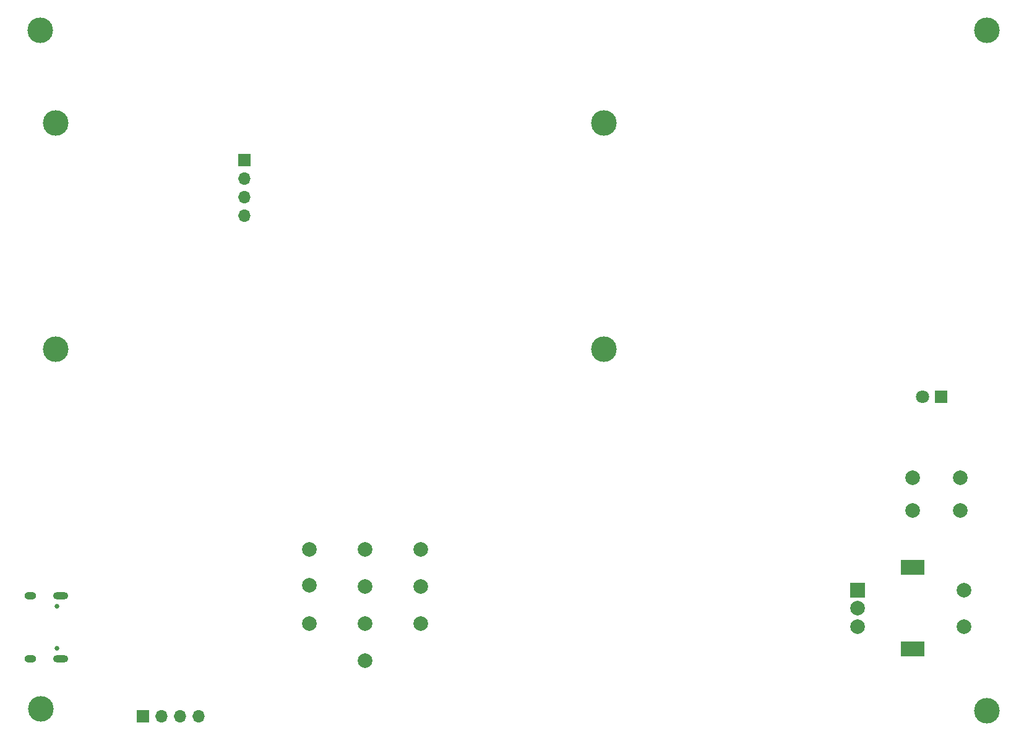
<source format=gbs>
G04 #@! TF.GenerationSoftware,KiCad,Pcbnew,6.0.11*
G04 #@! TF.CreationDate,2023-05-03T19:55:58-07:00*
G04 #@! TF.ProjectId,ldrd,6c647264-2e6b-4696-9361-645f70636258,rev?*
G04 #@! TF.SameCoordinates,Original*
G04 #@! TF.FileFunction,Soldermask,Bot*
G04 #@! TF.FilePolarity,Negative*
%FSLAX46Y46*%
G04 Gerber Fmt 4.6, Leading zero omitted, Abs format (unit mm)*
G04 Created by KiCad (PCBNEW 6.0.11) date 2023-05-03 19:55:58*
%MOMM*%
%LPD*%
G01*
G04 APERTURE LIST*
%ADD10C,3.500000*%
%ADD11R,2.000000X2.000000*%
%ADD12C,2.000000*%
%ADD13R,3.200000X2.000000*%
%ADD14R,1.800000X1.800000*%
%ADD15C,1.800000*%
%ADD16R,1.700000X1.700000*%
%ADD17O,1.700000X1.700000*%
%ADD18C,0.650000*%
%ADD19O,1.600000X1.000000*%
%ADD20O,2.100000X1.000000*%
G04 APERTURE END LIST*
D10*
X106200000Y-97040000D03*
X233680000Y-53340000D03*
X233680000Y-146530000D03*
D11*
X215980000Y-130000000D03*
D12*
X215980000Y-135000000D03*
X215980000Y-132500000D03*
D13*
X223480000Y-126900000D03*
X223480000Y-138100000D03*
D12*
X230480000Y-135000000D03*
X230480000Y-130000000D03*
D10*
X181200000Y-66040000D03*
D12*
X230020000Y-114590000D03*
X223520000Y-114590000D03*
X223520000Y-119090000D03*
X230020000Y-119090000D03*
D10*
X181200000Y-97040000D03*
X106200000Y-66040000D03*
D14*
X227335000Y-103535000D03*
D15*
X224795000Y-103535000D03*
D10*
X104140000Y-53340000D03*
X104160000Y-146290000D03*
D16*
X132080000Y-71120000D03*
D17*
X132080000Y-73660000D03*
X132080000Y-76200000D03*
X132080000Y-78740000D03*
D18*
X106385000Y-138010000D03*
X106385000Y-132230000D03*
D19*
X102735000Y-139440000D03*
X102735000Y-130800000D03*
D20*
X106885000Y-130800000D03*
X106885000Y-139440000D03*
D12*
X140900000Y-124460000D03*
X156140000Y-124460000D03*
X156140000Y-134620000D03*
X140900000Y-134620000D03*
X140900000Y-129400000D03*
X148520000Y-134620000D03*
X148520000Y-139700000D03*
X156140000Y-129540000D03*
X148520000Y-129540000D03*
D16*
X118120000Y-147320000D03*
D17*
X120660000Y-147320000D03*
X123200000Y-147320000D03*
X125740000Y-147320000D03*
D12*
X148520000Y-124460000D03*
M02*

</source>
